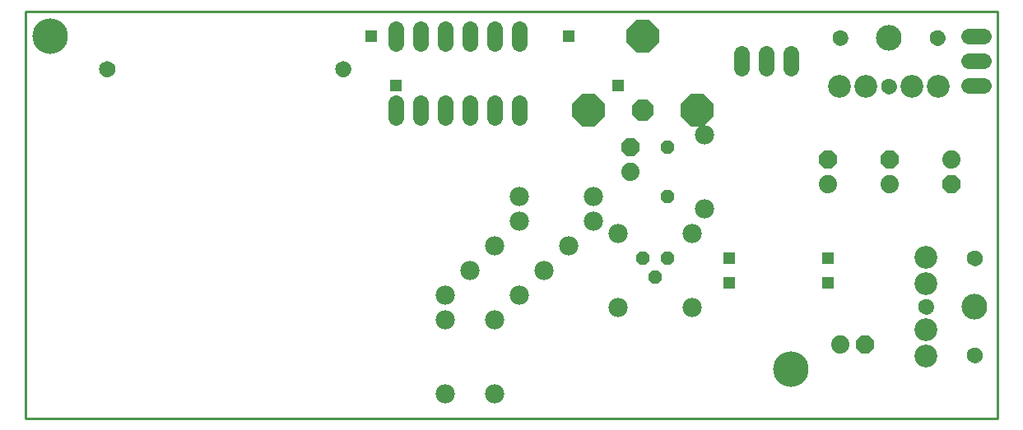
<source format=gbs>
G75*
%MOIN*%
%OFA0B0*%
%FSLAX24Y24*%
%IPPOS*%
%LPD*%
%AMOC8*
5,1,8,0,0,1.08239X$1,22.5*
%
%ADD10C,0.0100*%
%ADD11C,0.0640*%
%ADD12C,0.0000*%
%ADD13C,0.0650*%
%ADD14C,0.1440*%
%ADD15C,0.0780*%
%ADD16OC8,0.0740*%
%ADD17C,0.0740*%
%ADD18OC8,0.0560*%
%ADD19OC8,0.0865*%
%ADD20OC8,0.1310*%
%ADD21C,0.1040*%
%ADD22C,0.0926*%
%ADD23C,0.0631*%
%ADD24R,0.0512X0.0512*%
D10*
X000833Y004500D02*
X000833Y020996D01*
X040203Y020996D01*
X040203Y004500D01*
X000833Y004500D01*
D11*
X015833Y016700D02*
X015833Y017300D01*
X016833Y017300D02*
X016833Y016700D01*
X017833Y016700D02*
X017833Y017300D01*
X018833Y017300D02*
X018833Y016700D01*
X019833Y016700D02*
X019833Y017300D01*
X020833Y017300D02*
X020833Y016700D01*
X020833Y019700D02*
X020833Y020300D01*
X019833Y020300D02*
X019833Y019700D01*
X018833Y019700D02*
X018833Y020300D01*
X017833Y020300D02*
X017833Y019700D01*
X016833Y019700D02*
X016833Y020300D01*
X015833Y020300D02*
X015833Y019700D01*
X029833Y019300D02*
X029833Y018700D01*
X030833Y018700D02*
X030833Y019300D01*
X031833Y019300D02*
X031833Y018700D01*
X039033Y019000D02*
X039633Y019000D01*
X039633Y018000D02*
X039033Y018000D01*
X039033Y020000D02*
X039633Y020000D01*
D12*
X037467Y019937D02*
X037469Y019971D01*
X037475Y020005D01*
X037485Y020038D01*
X037498Y020069D01*
X037516Y020099D01*
X037536Y020127D01*
X037560Y020152D01*
X037586Y020174D01*
X037614Y020192D01*
X037645Y020208D01*
X037677Y020220D01*
X037711Y020228D01*
X037745Y020232D01*
X037779Y020232D01*
X037813Y020228D01*
X037847Y020220D01*
X037879Y020208D01*
X037909Y020192D01*
X037938Y020174D01*
X037964Y020152D01*
X037988Y020127D01*
X038008Y020099D01*
X038026Y020069D01*
X038039Y020038D01*
X038049Y020005D01*
X038055Y019971D01*
X038057Y019937D01*
X038055Y019903D01*
X038049Y019869D01*
X038039Y019836D01*
X038026Y019805D01*
X038008Y019775D01*
X037988Y019747D01*
X037964Y019722D01*
X037938Y019700D01*
X037910Y019682D01*
X037879Y019666D01*
X037847Y019654D01*
X037813Y019646D01*
X037779Y019642D01*
X037745Y019642D01*
X037711Y019646D01*
X037677Y019654D01*
X037645Y019666D01*
X037614Y019682D01*
X037586Y019700D01*
X037560Y019722D01*
X037536Y019747D01*
X037516Y019775D01*
X037498Y019805D01*
X037485Y019836D01*
X037475Y019869D01*
X037469Y019903D01*
X037467Y019937D01*
X035499Y017969D02*
X035501Y018003D01*
X035507Y018037D01*
X035517Y018070D01*
X035530Y018101D01*
X035548Y018131D01*
X035568Y018159D01*
X035592Y018184D01*
X035618Y018206D01*
X035646Y018224D01*
X035677Y018240D01*
X035709Y018252D01*
X035743Y018260D01*
X035777Y018264D01*
X035811Y018264D01*
X035845Y018260D01*
X035879Y018252D01*
X035911Y018240D01*
X035941Y018224D01*
X035970Y018206D01*
X035996Y018184D01*
X036020Y018159D01*
X036040Y018131D01*
X036058Y018101D01*
X036071Y018070D01*
X036081Y018037D01*
X036087Y018003D01*
X036089Y017969D01*
X036087Y017935D01*
X036081Y017901D01*
X036071Y017868D01*
X036058Y017837D01*
X036040Y017807D01*
X036020Y017779D01*
X035996Y017754D01*
X035970Y017732D01*
X035942Y017714D01*
X035911Y017698D01*
X035879Y017686D01*
X035845Y017678D01*
X035811Y017674D01*
X035777Y017674D01*
X035743Y017678D01*
X035709Y017686D01*
X035677Y017698D01*
X035646Y017714D01*
X035618Y017732D01*
X035592Y017754D01*
X035568Y017779D01*
X035548Y017807D01*
X035530Y017837D01*
X035517Y017868D01*
X035507Y017901D01*
X035501Y017935D01*
X035499Y017969D01*
X033530Y019937D02*
X033532Y019971D01*
X033538Y020005D01*
X033548Y020038D01*
X033561Y020069D01*
X033579Y020099D01*
X033599Y020127D01*
X033623Y020152D01*
X033649Y020174D01*
X033677Y020192D01*
X033708Y020208D01*
X033740Y020220D01*
X033774Y020228D01*
X033808Y020232D01*
X033842Y020232D01*
X033876Y020228D01*
X033910Y020220D01*
X033942Y020208D01*
X033972Y020192D01*
X034001Y020174D01*
X034027Y020152D01*
X034051Y020127D01*
X034071Y020099D01*
X034089Y020069D01*
X034102Y020038D01*
X034112Y020005D01*
X034118Y019971D01*
X034120Y019937D01*
X034118Y019903D01*
X034112Y019869D01*
X034102Y019836D01*
X034089Y019805D01*
X034071Y019775D01*
X034051Y019747D01*
X034027Y019722D01*
X034001Y019700D01*
X033973Y019682D01*
X033942Y019666D01*
X033910Y019654D01*
X033876Y019646D01*
X033842Y019642D01*
X033808Y019642D01*
X033774Y019646D01*
X033740Y019654D01*
X033708Y019666D01*
X033677Y019682D01*
X033649Y019700D01*
X033623Y019722D01*
X033599Y019747D01*
X033579Y019775D01*
X033561Y019805D01*
X033548Y019836D01*
X033538Y019869D01*
X033532Y019903D01*
X033530Y019937D01*
X038975Y011008D02*
X038977Y011042D01*
X038983Y011076D01*
X038993Y011109D01*
X039006Y011140D01*
X039024Y011170D01*
X039044Y011198D01*
X039068Y011223D01*
X039094Y011245D01*
X039122Y011263D01*
X039153Y011279D01*
X039185Y011291D01*
X039219Y011299D01*
X039253Y011303D01*
X039287Y011303D01*
X039321Y011299D01*
X039355Y011291D01*
X039387Y011279D01*
X039417Y011263D01*
X039446Y011245D01*
X039472Y011223D01*
X039496Y011198D01*
X039516Y011170D01*
X039534Y011140D01*
X039547Y011109D01*
X039557Y011076D01*
X039563Y011042D01*
X039565Y011008D01*
X039563Y010974D01*
X039557Y010940D01*
X039547Y010907D01*
X039534Y010876D01*
X039516Y010846D01*
X039496Y010818D01*
X039472Y010793D01*
X039446Y010771D01*
X039418Y010753D01*
X039387Y010737D01*
X039355Y010725D01*
X039321Y010717D01*
X039287Y010713D01*
X039253Y010713D01*
X039219Y010717D01*
X039185Y010725D01*
X039153Y010737D01*
X039122Y010753D01*
X039094Y010771D01*
X039068Y010793D01*
X039044Y010818D01*
X039024Y010846D01*
X039006Y010876D01*
X038993Y010907D01*
X038983Y010940D01*
X038977Y010974D01*
X038975Y011008D01*
X037007Y009039D02*
X037009Y009073D01*
X037015Y009107D01*
X037025Y009140D01*
X037038Y009171D01*
X037056Y009201D01*
X037076Y009229D01*
X037100Y009254D01*
X037126Y009276D01*
X037154Y009294D01*
X037185Y009310D01*
X037217Y009322D01*
X037251Y009330D01*
X037285Y009334D01*
X037319Y009334D01*
X037353Y009330D01*
X037387Y009322D01*
X037419Y009310D01*
X037449Y009294D01*
X037478Y009276D01*
X037504Y009254D01*
X037528Y009229D01*
X037548Y009201D01*
X037566Y009171D01*
X037579Y009140D01*
X037589Y009107D01*
X037595Y009073D01*
X037597Y009039D01*
X037595Y009005D01*
X037589Y008971D01*
X037579Y008938D01*
X037566Y008907D01*
X037548Y008877D01*
X037528Y008849D01*
X037504Y008824D01*
X037478Y008802D01*
X037450Y008784D01*
X037419Y008768D01*
X037387Y008756D01*
X037353Y008748D01*
X037319Y008744D01*
X037285Y008744D01*
X037251Y008748D01*
X037217Y008756D01*
X037185Y008768D01*
X037154Y008784D01*
X037126Y008802D01*
X037100Y008824D01*
X037076Y008849D01*
X037056Y008877D01*
X037038Y008907D01*
X037025Y008938D01*
X037015Y008971D01*
X037009Y009005D01*
X037007Y009039D01*
X038975Y007071D02*
X038977Y007105D01*
X038983Y007139D01*
X038993Y007172D01*
X039006Y007203D01*
X039024Y007233D01*
X039044Y007261D01*
X039068Y007286D01*
X039094Y007308D01*
X039122Y007326D01*
X039153Y007342D01*
X039185Y007354D01*
X039219Y007362D01*
X039253Y007366D01*
X039287Y007366D01*
X039321Y007362D01*
X039355Y007354D01*
X039387Y007342D01*
X039417Y007326D01*
X039446Y007308D01*
X039472Y007286D01*
X039496Y007261D01*
X039516Y007233D01*
X039534Y007203D01*
X039547Y007172D01*
X039557Y007139D01*
X039563Y007105D01*
X039565Y007071D01*
X039563Y007037D01*
X039557Y007003D01*
X039547Y006970D01*
X039534Y006939D01*
X039516Y006909D01*
X039496Y006881D01*
X039472Y006856D01*
X039446Y006834D01*
X039418Y006816D01*
X039387Y006800D01*
X039355Y006788D01*
X039321Y006780D01*
X039287Y006776D01*
X039253Y006776D01*
X039219Y006780D01*
X039185Y006788D01*
X039153Y006800D01*
X039122Y006816D01*
X039094Y006834D01*
X039068Y006856D01*
X039044Y006881D01*
X039024Y006909D01*
X039006Y006939D01*
X038993Y006970D01*
X038983Y007003D01*
X038977Y007037D01*
X038975Y007071D01*
X013379Y018673D02*
X013381Y018708D01*
X013387Y018742D01*
X013397Y018775D01*
X013410Y018808D01*
X013427Y018838D01*
X013448Y018866D01*
X013471Y018892D01*
X013498Y018915D01*
X013526Y018934D01*
X013557Y018950D01*
X013590Y018963D01*
X013623Y018972D01*
X013658Y018977D01*
X013693Y018978D01*
X013727Y018975D01*
X013762Y018968D01*
X013795Y018957D01*
X013826Y018943D01*
X013856Y018925D01*
X013884Y018904D01*
X013909Y018879D01*
X013931Y018852D01*
X013950Y018823D01*
X013965Y018792D01*
X013977Y018759D01*
X013985Y018725D01*
X013989Y018690D01*
X013989Y018656D01*
X013985Y018621D01*
X013977Y018587D01*
X013965Y018554D01*
X013950Y018523D01*
X013931Y018494D01*
X013909Y018467D01*
X013884Y018442D01*
X013856Y018421D01*
X013826Y018403D01*
X013795Y018389D01*
X013762Y018378D01*
X013727Y018371D01*
X013693Y018368D01*
X013658Y018369D01*
X013623Y018374D01*
X013590Y018383D01*
X013557Y018396D01*
X013526Y018412D01*
X013498Y018431D01*
X013471Y018454D01*
X013448Y018480D01*
X013427Y018508D01*
X013410Y018538D01*
X013397Y018571D01*
X013387Y018604D01*
X013381Y018638D01*
X013379Y018673D01*
X003828Y018673D02*
X003830Y018708D01*
X003836Y018742D01*
X003846Y018775D01*
X003859Y018808D01*
X003876Y018838D01*
X003897Y018866D01*
X003920Y018892D01*
X003947Y018915D01*
X003975Y018934D01*
X004006Y018950D01*
X004039Y018963D01*
X004072Y018972D01*
X004107Y018977D01*
X004142Y018978D01*
X004176Y018975D01*
X004211Y018968D01*
X004244Y018957D01*
X004275Y018943D01*
X004305Y018925D01*
X004333Y018904D01*
X004358Y018879D01*
X004380Y018852D01*
X004399Y018823D01*
X004414Y018792D01*
X004426Y018759D01*
X004434Y018725D01*
X004438Y018690D01*
X004438Y018656D01*
X004434Y018621D01*
X004426Y018587D01*
X004414Y018554D01*
X004399Y018523D01*
X004380Y018494D01*
X004358Y018467D01*
X004333Y018442D01*
X004305Y018421D01*
X004275Y018403D01*
X004244Y018389D01*
X004211Y018378D01*
X004176Y018371D01*
X004142Y018368D01*
X004107Y018369D01*
X004072Y018374D01*
X004039Y018383D01*
X004006Y018396D01*
X003975Y018412D01*
X003947Y018431D01*
X003920Y018454D01*
X003897Y018480D01*
X003876Y018508D01*
X003859Y018538D01*
X003846Y018571D01*
X003836Y018604D01*
X003830Y018638D01*
X003828Y018673D01*
D13*
X004133Y018673D03*
X013684Y018673D03*
D14*
X001833Y020000D03*
X031833Y006500D03*
D15*
X027833Y009000D03*
X024833Y009000D03*
X021833Y010500D03*
X020833Y009500D03*
X019833Y008500D03*
X017833Y008500D03*
X017833Y009500D03*
X018833Y010500D03*
X019833Y011500D03*
X020833Y012500D03*
X020833Y013500D03*
X023833Y013500D03*
X023833Y012500D03*
X024833Y012000D03*
X022833Y011500D03*
X027833Y012000D03*
X028333Y013000D03*
X028333Y016000D03*
X019833Y005500D03*
X017833Y005500D03*
D16*
X034833Y007500D03*
X038333Y014000D03*
X035833Y015000D03*
X033333Y015000D03*
X025333Y015500D03*
D17*
X025333Y014500D03*
X033333Y014000D03*
X035833Y014000D03*
X038333Y015000D03*
X033833Y007500D03*
D18*
X026833Y011000D03*
X025833Y011000D03*
X026333Y010250D03*
X026833Y013500D03*
X026833Y015500D03*
D19*
X025833Y017000D03*
D20*
X028033Y017000D03*
X023633Y017000D03*
X025833Y020000D03*
D21*
X035794Y019937D03*
X039270Y009039D03*
D22*
X037302Y008094D03*
X037302Y007031D03*
X037302Y009984D03*
X037302Y011047D03*
X037802Y017969D03*
X036739Y017969D03*
X034849Y017969D03*
X033786Y017969D03*
D23*
X035794Y017969D03*
X037762Y019937D03*
X033825Y019937D03*
X039270Y011008D03*
X037302Y009039D03*
X039270Y007071D03*
D24*
X033333Y010000D03*
X033333Y011000D03*
X029333Y011000D03*
X029333Y010000D03*
X024833Y018000D03*
X022833Y020000D03*
X015833Y018000D03*
X014833Y020000D03*
M02*

</source>
